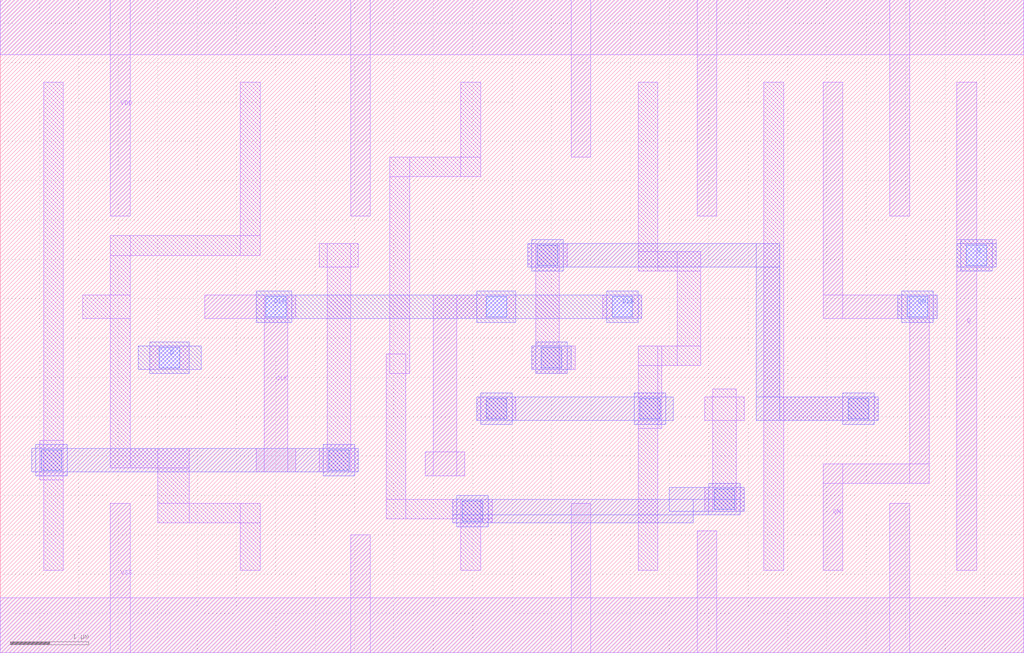
<source format=lef>
# Copyright 2022 Google LLC
# Licensed under the Apache License, Version 2.0 (the "License");
# you may not use this file except in compliance with the License.
# You may obtain a copy of the License at
#
#      http://www.apache.org/licenses/LICENSE-2.0
#
# Unless required by applicable law or agreed to in writing, software
# distributed under the License is distributed on an "AS IS" BASIS,
# WITHOUT WARRANTIES OR CONDITIONS OF ANY KIND, either express or implied.
# See the License for the specific language governing permissions and
# limitations under the License.
VERSION 5.7 ;
BUSBITCHARS "[]" ;
DIVIDERCHAR "/" ;

MACRO gf180mcu_osu_sc_gp12t3v3__dff_1
  CLASS CORE ;
  ORIGIN 0 0 ;
  FOREIGN gf180mcu_osu_sc_gp12t3v3__dff_1 0 0 ;
  SIZE 13 BY 8.3 ;
  SYMMETRY X Y ;
  SITE gf180mcu_osu_sc_gp12t3v3 ;
  PIN VDD
    DIRECTION INOUT ;
    USE POWER ;
    SHAPE ABUTMENT ;
    PORT
      LAYER Metal1 ;
        RECT 0 7.6 13 8.3 ;
        RECT 11.3 5.55 11.55 8.3 ;
        RECT 8.85 5.55 9.1 8.3 ;
        RECT 7.25 6.3 7.5 8.3 ;
        RECT 4.45 5.55 4.7 8.3 ;
        RECT 1.4 5.55 1.65 8.3 ;
    END
  END VDD
  PIN VSS
    DIRECTION INOUT ;
    USE GROUND ;
    SHAPE ABUTMENT ;
    PORT
      LAYER Metal1 ;
        RECT 0 0 13 0.7 ;
        RECT 11.3 0 11.55 1.9 ;
        RECT 8.85 0 9.1 1.55 ;
        RECT 7.25 0 7.5 1.9 ;
        RECT 4.45 0 4.7 1.5 ;
        RECT 1.4 0 1.65 1.9 ;
    END
  END VSS
  PIN CLK
    DIRECTION INPUT ;
    USE CLOCK ;
    PORT
      LAYER Metal1 ;
        RECT 7.65 4.25 8.15 4.55 ;
        RECT 5.5 4.25 6.55 4.55 ;
        RECT 5.4 2.25 5.9 2.55 ;
        RECT 5.5 2.25 5.8 4.55 ;
        RECT 2.6 4.25 3.75 4.55 ;
        RECT 3.25 2.3 3.75 2.6 ;
        RECT 3.35 2.3 3.65 4.55 ;
      LAYER Metal2 ;
        RECT 3.25 4.25 8.15 4.55 ;
        RECT 7.7 4.2 8.1 4.6 ;
        RECT 6.05 4.2 6.55 4.6 ;
        RECT 3.25 4.2 3.7 4.6 ;
      LAYER Via1 ;
        RECT 3.37 4.27 3.63 4.53 ;
        RECT 6.17 4.27 6.43 4.53 ;
        RECT 7.77 4.27 8.03 4.53 ;
    END
  END CLK
  PIN D
    DIRECTION INPUT ;
    USE SIGNAL ;
    PORT
      LAYER Metal1 ;
        RECT 1.9 3.6 2.4 3.9 ;
      LAYER Metal2 ;
        RECT 1.75 3.6 2.55 3.9 ;
        RECT 1.9 3.55 2.4 3.95 ;
      LAYER Via1 ;
        RECT 2.02 3.62 2.28 3.88 ;
    END
  END D
  PIN Q
    DIRECTION OUTPUT ;
    USE SIGNAL ;
    PORT
      LAYER Metal1 ;
        RECT 12.15 4.9 12.65 5.25 ;
        RECT 12.15 4.85 12.6 5.25 ;
        RECT 12.15 1.05 12.4 7.25 ;
      LAYER Metal2 ;
        RECT 12.15 4.9 12.65 5.2 ;
        RECT 12.2 4.85 12.6 5.25 ;
      LAYER Via1 ;
        RECT 12.27 4.92 12.53 5.18 ;
    END
  END Q
  PIN QN
    DIRECTION OUTPUT ;
    USE SIGNAL ;
    PORT
      LAYER Metal1 ;
        RECT 10.45 4.25 11.9 4.55 ;
        RECT 11.55 2.15 11.8 4.55 ;
        RECT 10.45 2.15 11.8 2.4 ;
        RECT 10.45 4.25 10.7 7.25 ;
        RECT 10.45 1.05 10.7 2.4 ;
      LAYER Metal2 ;
        RECT 11.4 4.25 11.9 4.55 ;
        RECT 11.45 4.2 11.85 4.6 ;
      LAYER Via1 ;
        RECT 11.52 4.27 11.78 4.53 ;
    END
  END QN
  OBS
    LAYER Metal2 ;
      RECT 6.75 4.85 7.15 5.25 ;
      RECT 6.7 4.9 9.9 5.2 ;
      RECT 9.6 2.95 9.9 5.2 ;
      RECT 10.7 2.9 11.1 3.3 ;
      RECT 9.6 2.95 11.15 3.25 ;
      RECT 9 1.75 9.4 2.15 ;
      RECT 8.5 1.8 9.45 2.1 ;
      RECT 5.8 1.6 6.2 2 ;
      RECT 5.75 1.65 8.8 1.95 ;
      RECT 5.75 1.75 9.4 1.95 ;
      RECT 8.05 2.9 8.45 3.3 ;
      RECT 6.1 2.9 6.5 3.3 ;
      RECT 6.05 2.95 8.55 3.25 ;
      RECT 6.8 3.55 7.2 3.95 ;
      RECT 6.75 3.6 7.25 3.9 ;
      RECT 4.1 2.25 4.5 2.65 ;
      RECT 0.45 2.25 0.85 2.65 ;
      RECT 0.4 2.3 4.55 2.6 ;
    LAYER Via1 ;
      RECT 10.77 2.97 11.03 3.23 ;
      RECT 9.07 1.82 9.33 2.08 ;
      RECT 8.12 2.97 8.38 3.23 ;
      RECT 6.87 3.62 7.13 3.88 ;
      RECT 6.82 4.92 7.08 5.18 ;
      RECT 6.17 2.97 6.43 3.23 ;
      RECT 5.87 1.67 6.13 1.93 ;
      RECT 4.17 2.32 4.43 2.58 ;
      RECT 0.52 2.32 0.78 2.58 ;
    LAYER Metal1 ;
      RECT 9.7 1.05 9.95 7.25 ;
      RECT 9.7 2.95 11.15 3.25 ;
      RECT 9.05 1.8 9.35 3.35 ;
      RECT 8.95 2.95 9.45 3.25 ;
      RECT 8.95 1.8 9.45 2.1 ;
      RECT 8.1 4.85 8.35 7.25 ;
      RECT 8.1 4.85 8.9 5.1 ;
      RECT 8.6 3.65 8.9 5.1 ;
      RECT 8.1 3.65 8.9 3.9 ;
      RECT 8.1 2.85 8.4 3.9 ;
      RECT 8.1 1.05 8.35 3.9 ;
      RECT 6.7 4.9 7.2 5.2 ;
      RECT 6.8 3.55 7.1 5.2 ;
      RECT 6.75 3.6 7.3 3.9 ;
      RECT 6.8 3.55 7.2 3.9 ;
      RECT 5.85 6.05 6.1 7.25 ;
      RECT 4.95 6.05 6.1 6.3 ;
      RECT 4.95 3.55 5.2 6.3 ;
      RECT 4.9 1.7 5.15 3.8 ;
      RECT 4.9 1.7 6.25 1.95 ;
      RECT 5.85 1.65 6.25 1.95 ;
      RECT 5.85 1.05 6.1 1.95 ;
      RECT 4.05 4.9 4.55 5.2 ;
      RECT 4.15 2.3 4.45 5.2 ;
      RECT 4.05 2.3 4.55 2.6 ;
      RECT 3.05 5.05 3.3 7.25 ;
      RECT 1.4 5.05 3.3 5.3 ;
      RECT 1.4 2.35 1.65 5.3 ;
      RECT 1.05 4.25 1.65 4.55 ;
      RECT 1.4 2.35 2.4 2.6 ;
      RECT 2 1.65 2.4 2.6 ;
      RECT 2 1.65 3.3 1.9 ;
      RECT 3.05 1.05 3.3 1.9 ;
      RECT 0.55 1.05 0.8 7.25 ;
      RECT 0.5 2.2 0.8 2.7 ;
      RECT 6.05 2.95 6.55 3.25 ;
  END
END gf180mcu_osu_sc_gp12t3v3__dff_1

</source>
